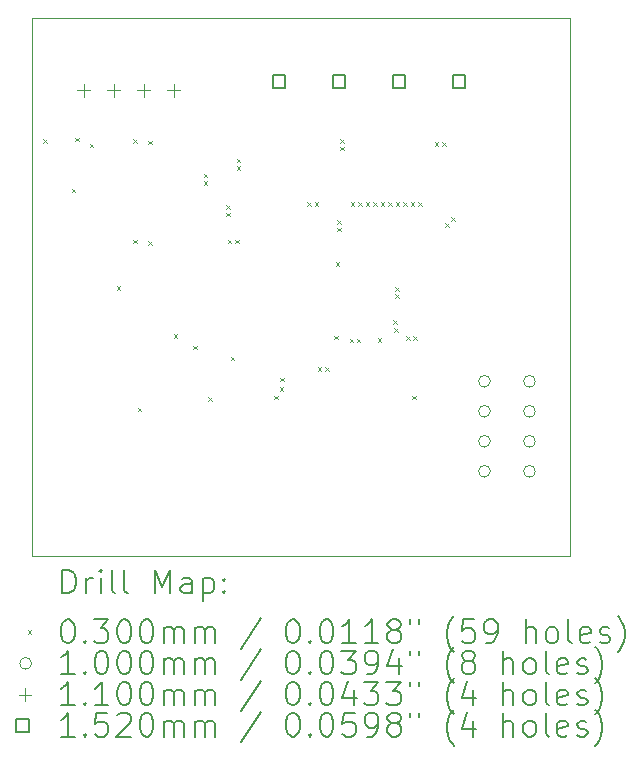
<source format=gbr>
%TF.GenerationSoftware,KiCad,Pcbnew,7.0.9*%
%TF.CreationDate,2023-12-29T07:37:09-06:00*%
%TF.ProjectId,Sabertoothv2,53616265-7274-46f6-9f74-6876322e6b69,rev?*%
%TF.SameCoordinates,Original*%
%TF.FileFunction,Drillmap*%
%TF.FilePolarity,Positive*%
%FSLAX45Y45*%
G04 Gerber Fmt 4.5, Leading zero omitted, Abs format (unit mm)*
G04 Created by KiCad (PCBNEW 7.0.9) date 2023-12-29 07:37:09*
%MOMM*%
%LPD*%
G01*
G04 APERTURE LIST*
%ADD10C,0.050000*%
%ADD11C,0.200000*%
%ADD12C,0.100000*%
%ADD13C,0.110000*%
%ADD14C,0.152000*%
G04 APERTURE END LIST*
D10*
X5082945Y-2032000D02*
X9639300Y-2032000D01*
X9639300Y-6588355D01*
X5082945Y-6588355D01*
X5082945Y-2032000D01*
D11*
D12*
X5179300Y-3058400D02*
X5209300Y-3088400D01*
X5209300Y-3058400D02*
X5179300Y-3088400D01*
X5420600Y-3477500D02*
X5450600Y-3507500D01*
X5450600Y-3477500D02*
X5420600Y-3507500D01*
X5451450Y-3045700D02*
X5481450Y-3075700D01*
X5481450Y-3045700D02*
X5451450Y-3075700D01*
X5573000Y-3096500D02*
X5603000Y-3126500D01*
X5603000Y-3096500D02*
X5573000Y-3126500D01*
X5801600Y-4303000D02*
X5831600Y-4333000D01*
X5831600Y-4303000D02*
X5801600Y-4333000D01*
X5941300Y-3058400D02*
X5971300Y-3088400D01*
X5971300Y-3058400D02*
X5941300Y-3088400D01*
X5941300Y-3909300D02*
X5971300Y-3939300D01*
X5971300Y-3909300D02*
X5941300Y-3939300D01*
X5979400Y-5331700D02*
X6009400Y-5361700D01*
X6009400Y-5331700D02*
X5979400Y-5361700D01*
X6068300Y-3071100D02*
X6098300Y-3101100D01*
X6098300Y-3071100D02*
X6068300Y-3101100D01*
X6068300Y-3922000D02*
X6098300Y-3952000D01*
X6098300Y-3922000D02*
X6068300Y-3952000D01*
X6284200Y-4709400D02*
X6314200Y-4739400D01*
X6314200Y-4709400D02*
X6284200Y-4739400D01*
X6449300Y-4805800D02*
X6479300Y-4835800D01*
X6479300Y-4805800D02*
X6449300Y-4835800D01*
X6538200Y-3350500D02*
X6568200Y-3380500D01*
X6568200Y-3350500D02*
X6538200Y-3380500D01*
X6538200Y-3414000D02*
X6568200Y-3444000D01*
X6568200Y-3414000D02*
X6538200Y-3444000D01*
X6576300Y-5242800D02*
X6606300Y-5272800D01*
X6606300Y-5242800D02*
X6576300Y-5272800D01*
X6728700Y-3617200D02*
X6758700Y-3647200D01*
X6758700Y-3617200D02*
X6728700Y-3647200D01*
X6728700Y-3680700D02*
X6758700Y-3710700D01*
X6758700Y-3680700D02*
X6728700Y-3710700D01*
X6741400Y-3909300D02*
X6771400Y-3939300D01*
X6771400Y-3909300D02*
X6741400Y-3939300D01*
X6766800Y-4899900D02*
X6796800Y-4929900D01*
X6796800Y-4899900D02*
X6766800Y-4929900D01*
X6804900Y-3909300D02*
X6834900Y-3939300D01*
X6834900Y-3909300D02*
X6804900Y-3939300D01*
X6817600Y-3223500D02*
X6847600Y-3253500D01*
X6847600Y-3223500D02*
X6817600Y-3253500D01*
X6817600Y-3287000D02*
X6847600Y-3317000D01*
X6847600Y-3287000D02*
X6817600Y-3317000D01*
X7135100Y-5230100D02*
X7165100Y-5260100D01*
X7165100Y-5230100D02*
X7135100Y-5260100D01*
X7181767Y-5157543D02*
X7211767Y-5187543D01*
X7211767Y-5157543D02*
X7181767Y-5187543D01*
X7185900Y-5077700D02*
X7215900Y-5107700D01*
X7215900Y-5077700D02*
X7185900Y-5107700D01*
X7414500Y-3591800D02*
X7444500Y-3621800D01*
X7444500Y-3591800D02*
X7414500Y-3621800D01*
X7478000Y-3591800D02*
X7508000Y-3621800D01*
X7508000Y-3591800D02*
X7478000Y-3621800D01*
X7503400Y-4988800D02*
X7533400Y-5018800D01*
X7533400Y-4988800D02*
X7503400Y-5018800D01*
X7566900Y-4988800D02*
X7596900Y-5018800D01*
X7596900Y-4988800D02*
X7566900Y-5018800D01*
X7642300Y-4722100D02*
X7672300Y-4752100D01*
X7672300Y-4722100D02*
X7642300Y-4752100D01*
X7655800Y-4099800D02*
X7685800Y-4129800D01*
X7685800Y-4099800D02*
X7655800Y-4129800D01*
X7668500Y-3744200D02*
X7698500Y-3774200D01*
X7698500Y-3744200D02*
X7668500Y-3774200D01*
X7668500Y-3805700D02*
X7698500Y-3835700D01*
X7698500Y-3805700D02*
X7668500Y-3835700D01*
X7693900Y-3058400D02*
X7723900Y-3088400D01*
X7723900Y-3058400D02*
X7693900Y-3088400D01*
X7693900Y-3121900D02*
X7723900Y-3151900D01*
X7723900Y-3121900D02*
X7693900Y-3151900D01*
X7775000Y-4747500D02*
X7805000Y-4777500D01*
X7805000Y-4747500D02*
X7775000Y-4777500D01*
X7782800Y-3591800D02*
X7812800Y-3621800D01*
X7812800Y-3591800D02*
X7782800Y-3621800D01*
X7835000Y-4747500D02*
X7865000Y-4777500D01*
X7865000Y-4747500D02*
X7835000Y-4777500D01*
X7846300Y-3591800D02*
X7876300Y-3621800D01*
X7876300Y-3591800D02*
X7846300Y-3621800D01*
X7909800Y-3591800D02*
X7939800Y-3621800D01*
X7939800Y-3591800D02*
X7909800Y-3621800D01*
X7973300Y-3591800D02*
X8003300Y-3621800D01*
X8003300Y-3591800D02*
X7973300Y-3621800D01*
X8011400Y-4743500D02*
X8041400Y-4773500D01*
X8041400Y-4743500D02*
X8011400Y-4773500D01*
X8036800Y-3591800D02*
X8066800Y-3621800D01*
X8066800Y-3591800D02*
X8036800Y-3621800D01*
X8100300Y-3591800D02*
X8130300Y-3621800D01*
X8130300Y-3591800D02*
X8100300Y-3621800D01*
X8145233Y-4589367D02*
X8175233Y-4619367D01*
X8175233Y-4589367D02*
X8145233Y-4619367D01*
X8151100Y-4658600D02*
X8181100Y-4688600D01*
X8181100Y-4658600D02*
X8151100Y-4688600D01*
X8158900Y-4310600D02*
X8188900Y-4340600D01*
X8188900Y-4310600D02*
X8158900Y-4340600D01*
X8158900Y-4370600D02*
X8188900Y-4400600D01*
X8188900Y-4370600D02*
X8158900Y-4400600D01*
X8163800Y-3591800D02*
X8193800Y-3621800D01*
X8193800Y-3591800D02*
X8163800Y-3621800D01*
X8227300Y-3591800D02*
X8257300Y-3621800D01*
X8257300Y-3591800D02*
X8227300Y-3621800D01*
X8252700Y-4726706D02*
X8282700Y-4756706D01*
X8282700Y-4726706D02*
X8252700Y-4756706D01*
X8290800Y-3591800D02*
X8320800Y-3621800D01*
X8320800Y-3591800D02*
X8290800Y-3621800D01*
X8303500Y-5230100D02*
X8333500Y-5260100D01*
X8333500Y-5230100D02*
X8303500Y-5260100D01*
X8313897Y-4724403D02*
X8343897Y-4754403D01*
X8343897Y-4724403D02*
X8313897Y-4754403D01*
X8354300Y-3591800D02*
X8384300Y-3621800D01*
X8384300Y-3591800D02*
X8354300Y-3621800D01*
X8494000Y-3083800D02*
X8524000Y-3113800D01*
X8524000Y-3083800D02*
X8494000Y-3113800D01*
X8557500Y-3083800D02*
X8587500Y-3113800D01*
X8587500Y-3083800D02*
X8557500Y-3113800D01*
X8582900Y-3769600D02*
X8612900Y-3799600D01*
X8612900Y-3769600D02*
X8582900Y-3799600D01*
X8633700Y-3718800D02*
X8663700Y-3748800D01*
X8663700Y-3718800D02*
X8633700Y-3748800D01*
X8965400Y-5105400D02*
G75*
G03*
X8965400Y-5105400I-50000J0D01*
G01*
X8965400Y-5359400D02*
G75*
G03*
X8965400Y-5359400I-50000J0D01*
G01*
X8965400Y-5613400D02*
G75*
G03*
X8965400Y-5613400I-50000J0D01*
G01*
X8965400Y-5867400D02*
G75*
G03*
X8965400Y-5867400I-50000J0D01*
G01*
X9346400Y-5106400D02*
G75*
G03*
X9346400Y-5106400I-50000J0D01*
G01*
X9346400Y-5360400D02*
G75*
G03*
X9346400Y-5360400I-50000J0D01*
G01*
X9346400Y-5614400D02*
G75*
G03*
X9346400Y-5614400I-50000J0D01*
G01*
X9346400Y-5868400D02*
G75*
G03*
X9346400Y-5868400I-50000J0D01*
G01*
D13*
X5524500Y-2586600D02*
X5524500Y-2696600D01*
X5469500Y-2641600D02*
X5579500Y-2641600D01*
X5778500Y-2586600D02*
X5778500Y-2696600D01*
X5723500Y-2641600D02*
X5833500Y-2641600D01*
X6032500Y-2586600D02*
X6032500Y-2696600D01*
X5977500Y-2641600D02*
X6087500Y-2641600D01*
X6286500Y-2586600D02*
X6286500Y-2696600D01*
X6231500Y-2641600D02*
X6341500Y-2641600D01*
D14*
X7229241Y-2619141D02*
X7229241Y-2511659D01*
X7121759Y-2511659D01*
X7121759Y-2619141D01*
X7229241Y-2619141D01*
X7737241Y-2619141D02*
X7737241Y-2511659D01*
X7629759Y-2511659D01*
X7629759Y-2619141D01*
X7737241Y-2619141D01*
X8245241Y-2619141D02*
X8245241Y-2511659D01*
X8137759Y-2511659D01*
X8137759Y-2619141D01*
X8245241Y-2619141D01*
X8753241Y-2619141D02*
X8753241Y-2511659D01*
X8645759Y-2511659D01*
X8645759Y-2619141D01*
X8753241Y-2619141D01*
D11*
X5341221Y-6902339D02*
X5341221Y-6702339D01*
X5341221Y-6702339D02*
X5388840Y-6702339D01*
X5388840Y-6702339D02*
X5417412Y-6711863D01*
X5417412Y-6711863D02*
X5436460Y-6730911D01*
X5436460Y-6730911D02*
X5445983Y-6749958D01*
X5445983Y-6749958D02*
X5455507Y-6788053D01*
X5455507Y-6788053D02*
X5455507Y-6816625D01*
X5455507Y-6816625D02*
X5445983Y-6854720D01*
X5445983Y-6854720D02*
X5436460Y-6873768D01*
X5436460Y-6873768D02*
X5417412Y-6892815D01*
X5417412Y-6892815D02*
X5388840Y-6902339D01*
X5388840Y-6902339D02*
X5341221Y-6902339D01*
X5541221Y-6902339D02*
X5541221Y-6769006D01*
X5541221Y-6807101D02*
X5550745Y-6788053D01*
X5550745Y-6788053D02*
X5560269Y-6778530D01*
X5560269Y-6778530D02*
X5579317Y-6769006D01*
X5579317Y-6769006D02*
X5598364Y-6769006D01*
X5665031Y-6902339D02*
X5665031Y-6769006D01*
X5665031Y-6702339D02*
X5655507Y-6711863D01*
X5655507Y-6711863D02*
X5665031Y-6721387D01*
X5665031Y-6721387D02*
X5674555Y-6711863D01*
X5674555Y-6711863D02*
X5665031Y-6702339D01*
X5665031Y-6702339D02*
X5665031Y-6721387D01*
X5788840Y-6902339D02*
X5769793Y-6892815D01*
X5769793Y-6892815D02*
X5760269Y-6873768D01*
X5760269Y-6873768D02*
X5760269Y-6702339D01*
X5893602Y-6902339D02*
X5874555Y-6892815D01*
X5874555Y-6892815D02*
X5865031Y-6873768D01*
X5865031Y-6873768D02*
X5865031Y-6702339D01*
X6122174Y-6902339D02*
X6122174Y-6702339D01*
X6122174Y-6702339D02*
X6188840Y-6845196D01*
X6188840Y-6845196D02*
X6255507Y-6702339D01*
X6255507Y-6702339D02*
X6255507Y-6902339D01*
X6436459Y-6902339D02*
X6436459Y-6797577D01*
X6436459Y-6797577D02*
X6426936Y-6778530D01*
X6426936Y-6778530D02*
X6407888Y-6769006D01*
X6407888Y-6769006D02*
X6369793Y-6769006D01*
X6369793Y-6769006D02*
X6350745Y-6778530D01*
X6436459Y-6892815D02*
X6417412Y-6902339D01*
X6417412Y-6902339D02*
X6369793Y-6902339D01*
X6369793Y-6902339D02*
X6350745Y-6892815D01*
X6350745Y-6892815D02*
X6341221Y-6873768D01*
X6341221Y-6873768D02*
X6341221Y-6854720D01*
X6341221Y-6854720D02*
X6350745Y-6835672D01*
X6350745Y-6835672D02*
X6369793Y-6826149D01*
X6369793Y-6826149D02*
X6417412Y-6826149D01*
X6417412Y-6826149D02*
X6436459Y-6816625D01*
X6531698Y-6769006D02*
X6531698Y-6969006D01*
X6531698Y-6778530D02*
X6550745Y-6769006D01*
X6550745Y-6769006D02*
X6588840Y-6769006D01*
X6588840Y-6769006D02*
X6607888Y-6778530D01*
X6607888Y-6778530D02*
X6617412Y-6788053D01*
X6617412Y-6788053D02*
X6626936Y-6807101D01*
X6626936Y-6807101D02*
X6626936Y-6864244D01*
X6626936Y-6864244D02*
X6617412Y-6883291D01*
X6617412Y-6883291D02*
X6607888Y-6892815D01*
X6607888Y-6892815D02*
X6588840Y-6902339D01*
X6588840Y-6902339D02*
X6550745Y-6902339D01*
X6550745Y-6902339D02*
X6531698Y-6892815D01*
X6712650Y-6883291D02*
X6722174Y-6892815D01*
X6722174Y-6892815D02*
X6712650Y-6902339D01*
X6712650Y-6902339D02*
X6703126Y-6892815D01*
X6703126Y-6892815D02*
X6712650Y-6883291D01*
X6712650Y-6883291D02*
X6712650Y-6902339D01*
X6712650Y-6778530D02*
X6722174Y-6788053D01*
X6722174Y-6788053D02*
X6712650Y-6797577D01*
X6712650Y-6797577D02*
X6703126Y-6788053D01*
X6703126Y-6788053D02*
X6712650Y-6778530D01*
X6712650Y-6778530D02*
X6712650Y-6797577D01*
D12*
X5050445Y-7215855D02*
X5080445Y-7245855D01*
X5080445Y-7215855D02*
X5050445Y-7245855D01*
D11*
X5379317Y-7122339D02*
X5398364Y-7122339D01*
X5398364Y-7122339D02*
X5417412Y-7131863D01*
X5417412Y-7131863D02*
X5426936Y-7141387D01*
X5426936Y-7141387D02*
X5436460Y-7160434D01*
X5436460Y-7160434D02*
X5445983Y-7198530D01*
X5445983Y-7198530D02*
X5445983Y-7246149D01*
X5445983Y-7246149D02*
X5436460Y-7284244D01*
X5436460Y-7284244D02*
X5426936Y-7303291D01*
X5426936Y-7303291D02*
X5417412Y-7312815D01*
X5417412Y-7312815D02*
X5398364Y-7322339D01*
X5398364Y-7322339D02*
X5379317Y-7322339D01*
X5379317Y-7322339D02*
X5360269Y-7312815D01*
X5360269Y-7312815D02*
X5350745Y-7303291D01*
X5350745Y-7303291D02*
X5341221Y-7284244D01*
X5341221Y-7284244D02*
X5331698Y-7246149D01*
X5331698Y-7246149D02*
X5331698Y-7198530D01*
X5331698Y-7198530D02*
X5341221Y-7160434D01*
X5341221Y-7160434D02*
X5350745Y-7141387D01*
X5350745Y-7141387D02*
X5360269Y-7131863D01*
X5360269Y-7131863D02*
X5379317Y-7122339D01*
X5531698Y-7303291D02*
X5541221Y-7312815D01*
X5541221Y-7312815D02*
X5531698Y-7322339D01*
X5531698Y-7322339D02*
X5522174Y-7312815D01*
X5522174Y-7312815D02*
X5531698Y-7303291D01*
X5531698Y-7303291D02*
X5531698Y-7322339D01*
X5607888Y-7122339D02*
X5731698Y-7122339D01*
X5731698Y-7122339D02*
X5665031Y-7198530D01*
X5665031Y-7198530D02*
X5693602Y-7198530D01*
X5693602Y-7198530D02*
X5712650Y-7208053D01*
X5712650Y-7208053D02*
X5722174Y-7217577D01*
X5722174Y-7217577D02*
X5731698Y-7236625D01*
X5731698Y-7236625D02*
X5731698Y-7284244D01*
X5731698Y-7284244D02*
X5722174Y-7303291D01*
X5722174Y-7303291D02*
X5712650Y-7312815D01*
X5712650Y-7312815D02*
X5693602Y-7322339D01*
X5693602Y-7322339D02*
X5636459Y-7322339D01*
X5636459Y-7322339D02*
X5617412Y-7312815D01*
X5617412Y-7312815D02*
X5607888Y-7303291D01*
X5855507Y-7122339D02*
X5874555Y-7122339D01*
X5874555Y-7122339D02*
X5893602Y-7131863D01*
X5893602Y-7131863D02*
X5903126Y-7141387D01*
X5903126Y-7141387D02*
X5912650Y-7160434D01*
X5912650Y-7160434D02*
X5922174Y-7198530D01*
X5922174Y-7198530D02*
X5922174Y-7246149D01*
X5922174Y-7246149D02*
X5912650Y-7284244D01*
X5912650Y-7284244D02*
X5903126Y-7303291D01*
X5903126Y-7303291D02*
X5893602Y-7312815D01*
X5893602Y-7312815D02*
X5874555Y-7322339D01*
X5874555Y-7322339D02*
X5855507Y-7322339D01*
X5855507Y-7322339D02*
X5836459Y-7312815D01*
X5836459Y-7312815D02*
X5826936Y-7303291D01*
X5826936Y-7303291D02*
X5817412Y-7284244D01*
X5817412Y-7284244D02*
X5807888Y-7246149D01*
X5807888Y-7246149D02*
X5807888Y-7198530D01*
X5807888Y-7198530D02*
X5817412Y-7160434D01*
X5817412Y-7160434D02*
X5826936Y-7141387D01*
X5826936Y-7141387D02*
X5836459Y-7131863D01*
X5836459Y-7131863D02*
X5855507Y-7122339D01*
X6045983Y-7122339D02*
X6065031Y-7122339D01*
X6065031Y-7122339D02*
X6084079Y-7131863D01*
X6084079Y-7131863D02*
X6093602Y-7141387D01*
X6093602Y-7141387D02*
X6103126Y-7160434D01*
X6103126Y-7160434D02*
X6112650Y-7198530D01*
X6112650Y-7198530D02*
X6112650Y-7246149D01*
X6112650Y-7246149D02*
X6103126Y-7284244D01*
X6103126Y-7284244D02*
X6093602Y-7303291D01*
X6093602Y-7303291D02*
X6084079Y-7312815D01*
X6084079Y-7312815D02*
X6065031Y-7322339D01*
X6065031Y-7322339D02*
X6045983Y-7322339D01*
X6045983Y-7322339D02*
X6026936Y-7312815D01*
X6026936Y-7312815D02*
X6017412Y-7303291D01*
X6017412Y-7303291D02*
X6007888Y-7284244D01*
X6007888Y-7284244D02*
X5998364Y-7246149D01*
X5998364Y-7246149D02*
X5998364Y-7198530D01*
X5998364Y-7198530D02*
X6007888Y-7160434D01*
X6007888Y-7160434D02*
X6017412Y-7141387D01*
X6017412Y-7141387D02*
X6026936Y-7131863D01*
X6026936Y-7131863D02*
X6045983Y-7122339D01*
X6198364Y-7322339D02*
X6198364Y-7189006D01*
X6198364Y-7208053D02*
X6207888Y-7198530D01*
X6207888Y-7198530D02*
X6226936Y-7189006D01*
X6226936Y-7189006D02*
X6255507Y-7189006D01*
X6255507Y-7189006D02*
X6274555Y-7198530D01*
X6274555Y-7198530D02*
X6284079Y-7217577D01*
X6284079Y-7217577D02*
X6284079Y-7322339D01*
X6284079Y-7217577D02*
X6293602Y-7198530D01*
X6293602Y-7198530D02*
X6312650Y-7189006D01*
X6312650Y-7189006D02*
X6341221Y-7189006D01*
X6341221Y-7189006D02*
X6360269Y-7198530D01*
X6360269Y-7198530D02*
X6369793Y-7217577D01*
X6369793Y-7217577D02*
X6369793Y-7322339D01*
X6465031Y-7322339D02*
X6465031Y-7189006D01*
X6465031Y-7208053D02*
X6474555Y-7198530D01*
X6474555Y-7198530D02*
X6493602Y-7189006D01*
X6493602Y-7189006D02*
X6522174Y-7189006D01*
X6522174Y-7189006D02*
X6541221Y-7198530D01*
X6541221Y-7198530D02*
X6550745Y-7217577D01*
X6550745Y-7217577D02*
X6550745Y-7322339D01*
X6550745Y-7217577D02*
X6560269Y-7198530D01*
X6560269Y-7198530D02*
X6579317Y-7189006D01*
X6579317Y-7189006D02*
X6607888Y-7189006D01*
X6607888Y-7189006D02*
X6626936Y-7198530D01*
X6626936Y-7198530D02*
X6636460Y-7217577D01*
X6636460Y-7217577D02*
X6636460Y-7322339D01*
X7026936Y-7112815D02*
X6855507Y-7369958D01*
X7284079Y-7122339D02*
X7303126Y-7122339D01*
X7303126Y-7122339D02*
X7322174Y-7131863D01*
X7322174Y-7131863D02*
X7331698Y-7141387D01*
X7331698Y-7141387D02*
X7341222Y-7160434D01*
X7341222Y-7160434D02*
X7350745Y-7198530D01*
X7350745Y-7198530D02*
X7350745Y-7246149D01*
X7350745Y-7246149D02*
X7341222Y-7284244D01*
X7341222Y-7284244D02*
X7331698Y-7303291D01*
X7331698Y-7303291D02*
X7322174Y-7312815D01*
X7322174Y-7312815D02*
X7303126Y-7322339D01*
X7303126Y-7322339D02*
X7284079Y-7322339D01*
X7284079Y-7322339D02*
X7265031Y-7312815D01*
X7265031Y-7312815D02*
X7255507Y-7303291D01*
X7255507Y-7303291D02*
X7245983Y-7284244D01*
X7245983Y-7284244D02*
X7236460Y-7246149D01*
X7236460Y-7246149D02*
X7236460Y-7198530D01*
X7236460Y-7198530D02*
X7245983Y-7160434D01*
X7245983Y-7160434D02*
X7255507Y-7141387D01*
X7255507Y-7141387D02*
X7265031Y-7131863D01*
X7265031Y-7131863D02*
X7284079Y-7122339D01*
X7436460Y-7303291D02*
X7445983Y-7312815D01*
X7445983Y-7312815D02*
X7436460Y-7322339D01*
X7436460Y-7322339D02*
X7426936Y-7312815D01*
X7426936Y-7312815D02*
X7436460Y-7303291D01*
X7436460Y-7303291D02*
X7436460Y-7322339D01*
X7569793Y-7122339D02*
X7588841Y-7122339D01*
X7588841Y-7122339D02*
X7607888Y-7131863D01*
X7607888Y-7131863D02*
X7617412Y-7141387D01*
X7617412Y-7141387D02*
X7626936Y-7160434D01*
X7626936Y-7160434D02*
X7636460Y-7198530D01*
X7636460Y-7198530D02*
X7636460Y-7246149D01*
X7636460Y-7246149D02*
X7626936Y-7284244D01*
X7626936Y-7284244D02*
X7617412Y-7303291D01*
X7617412Y-7303291D02*
X7607888Y-7312815D01*
X7607888Y-7312815D02*
X7588841Y-7322339D01*
X7588841Y-7322339D02*
X7569793Y-7322339D01*
X7569793Y-7322339D02*
X7550745Y-7312815D01*
X7550745Y-7312815D02*
X7541222Y-7303291D01*
X7541222Y-7303291D02*
X7531698Y-7284244D01*
X7531698Y-7284244D02*
X7522174Y-7246149D01*
X7522174Y-7246149D02*
X7522174Y-7198530D01*
X7522174Y-7198530D02*
X7531698Y-7160434D01*
X7531698Y-7160434D02*
X7541222Y-7141387D01*
X7541222Y-7141387D02*
X7550745Y-7131863D01*
X7550745Y-7131863D02*
X7569793Y-7122339D01*
X7826936Y-7322339D02*
X7712650Y-7322339D01*
X7769793Y-7322339D02*
X7769793Y-7122339D01*
X7769793Y-7122339D02*
X7750745Y-7150911D01*
X7750745Y-7150911D02*
X7731698Y-7169958D01*
X7731698Y-7169958D02*
X7712650Y-7179482D01*
X8017412Y-7322339D02*
X7903126Y-7322339D01*
X7960269Y-7322339D02*
X7960269Y-7122339D01*
X7960269Y-7122339D02*
X7941222Y-7150911D01*
X7941222Y-7150911D02*
X7922174Y-7169958D01*
X7922174Y-7169958D02*
X7903126Y-7179482D01*
X8131698Y-7208053D02*
X8112650Y-7198530D01*
X8112650Y-7198530D02*
X8103126Y-7189006D01*
X8103126Y-7189006D02*
X8093603Y-7169958D01*
X8093603Y-7169958D02*
X8093603Y-7160434D01*
X8093603Y-7160434D02*
X8103126Y-7141387D01*
X8103126Y-7141387D02*
X8112650Y-7131863D01*
X8112650Y-7131863D02*
X8131698Y-7122339D01*
X8131698Y-7122339D02*
X8169793Y-7122339D01*
X8169793Y-7122339D02*
X8188841Y-7131863D01*
X8188841Y-7131863D02*
X8198364Y-7141387D01*
X8198364Y-7141387D02*
X8207888Y-7160434D01*
X8207888Y-7160434D02*
X8207888Y-7169958D01*
X8207888Y-7169958D02*
X8198364Y-7189006D01*
X8198364Y-7189006D02*
X8188841Y-7198530D01*
X8188841Y-7198530D02*
X8169793Y-7208053D01*
X8169793Y-7208053D02*
X8131698Y-7208053D01*
X8131698Y-7208053D02*
X8112650Y-7217577D01*
X8112650Y-7217577D02*
X8103126Y-7227101D01*
X8103126Y-7227101D02*
X8093603Y-7246149D01*
X8093603Y-7246149D02*
X8093603Y-7284244D01*
X8093603Y-7284244D02*
X8103126Y-7303291D01*
X8103126Y-7303291D02*
X8112650Y-7312815D01*
X8112650Y-7312815D02*
X8131698Y-7322339D01*
X8131698Y-7322339D02*
X8169793Y-7322339D01*
X8169793Y-7322339D02*
X8188841Y-7312815D01*
X8188841Y-7312815D02*
X8198364Y-7303291D01*
X8198364Y-7303291D02*
X8207888Y-7284244D01*
X8207888Y-7284244D02*
X8207888Y-7246149D01*
X8207888Y-7246149D02*
X8198364Y-7227101D01*
X8198364Y-7227101D02*
X8188841Y-7217577D01*
X8188841Y-7217577D02*
X8169793Y-7208053D01*
X8284079Y-7122339D02*
X8284079Y-7160434D01*
X8360269Y-7122339D02*
X8360269Y-7160434D01*
X8655508Y-7398530D02*
X8645984Y-7389006D01*
X8645984Y-7389006D02*
X8626936Y-7360434D01*
X8626936Y-7360434D02*
X8617412Y-7341387D01*
X8617412Y-7341387D02*
X8607888Y-7312815D01*
X8607888Y-7312815D02*
X8598365Y-7265196D01*
X8598365Y-7265196D02*
X8598365Y-7227101D01*
X8598365Y-7227101D02*
X8607888Y-7179482D01*
X8607888Y-7179482D02*
X8617412Y-7150911D01*
X8617412Y-7150911D02*
X8626936Y-7131863D01*
X8626936Y-7131863D02*
X8645984Y-7103291D01*
X8645984Y-7103291D02*
X8655508Y-7093768D01*
X8826936Y-7122339D02*
X8731698Y-7122339D01*
X8731698Y-7122339D02*
X8722174Y-7217577D01*
X8722174Y-7217577D02*
X8731698Y-7208053D01*
X8731698Y-7208053D02*
X8750746Y-7198530D01*
X8750746Y-7198530D02*
X8798365Y-7198530D01*
X8798365Y-7198530D02*
X8817412Y-7208053D01*
X8817412Y-7208053D02*
X8826936Y-7217577D01*
X8826936Y-7217577D02*
X8836460Y-7236625D01*
X8836460Y-7236625D02*
X8836460Y-7284244D01*
X8836460Y-7284244D02*
X8826936Y-7303291D01*
X8826936Y-7303291D02*
X8817412Y-7312815D01*
X8817412Y-7312815D02*
X8798365Y-7322339D01*
X8798365Y-7322339D02*
X8750746Y-7322339D01*
X8750746Y-7322339D02*
X8731698Y-7312815D01*
X8731698Y-7312815D02*
X8722174Y-7303291D01*
X8931698Y-7322339D02*
X8969793Y-7322339D01*
X8969793Y-7322339D02*
X8988841Y-7312815D01*
X8988841Y-7312815D02*
X8998365Y-7303291D01*
X8998365Y-7303291D02*
X9017412Y-7274720D01*
X9017412Y-7274720D02*
X9026936Y-7236625D01*
X9026936Y-7236625D02*
X9026936Y-7160434D01*
X9026936Y-7160434D02*
X9017412Y-7141387D01*
X9017412Y-7141387D02*
X9007888Y-7131863D01*
X9007888Y-7131863D02*
X8988841Y-7122339D01*
X8988841Y-7122339D02*
X8950746Y-7122339D01*
X8950746Y-7122339D02*
X8931698Y-7131863D01*
X8931698Y-7131863D02*
X8922174Y-7141387D01*
X8922174Y-7141387D02*
X8912650Y-7160434D01*
X8912650Y-7160434D02*
X8912650Y-7208053D01*
X8912650Y-7208053D02*
X8922174Y-7227101D01*
X8922174Y-7227101D02*
X8931698Y-7236625D01*
X8931698Y-7236625D02*
X8950746Y-7246149D01*
X8950746Y-7246149D02*
X8988841Y-7246149D01*
X8988841Y-7246149D02*
X9007888Y-7236625D01*
X9007888Y-7236625D02*
X9017412Y-7227101D01*
X9017412Y-7227101D02*
X9026936Y-7208053D01*
X9265031Y-7322339D02*
X9265031Y-7122339D01*
X9350746Y-7322339D02*
X9350746Y-7217577D01*
X9350746Y-7217577D02*
X9341222Y-7198530D01*
X9341222Y-7198530D02*
X9322174Y-7189006D01*
X9322174Y-7189006D02*
X9293603Y-7189006D01*
X9293603Y-7189006D02*
X9274555Y-7198530D01*
X9274555Y-7198530D02*
X9265031Y-7208053D01*
X9474555Y-7322339D02*
X9455508Y-7312815D01*
X9455508Y-7312815D02*
X9445984Y-7303291D01*
X9445984Y-7303291D02*
X9436460Y-7284244D01*
X9436460Y-7284244D02*
X9436460Y-7227101D01*
X9436460Y-7227101D02*
X9445984Y-7208053D01*
X9445984Y-7208053D02*
X9455508Y-7198530D01*
X9455508Y-7198530D02*
X9474555Y-7189006D01*
X9474555Y-7189006D02*
X9503127Y-7189006D01*
X9503127Y-7189006D02*
X9522174Y-7198530D01*
X9522174Y-7198530D02*
X9531698Y-7208053D01*
X9531698Y-7208053D02*
X9541222Y-7227101D01*
X9541222Y-7227101D02*
X9541222Y-7284244D01*
X9541222Y-7284244D02*
X9531698Y-7303291D01*
X9531698Y-7303291D02*
X9522174Y-7312815D01*
X9522174Y-7312815D02*
X9503127Y-7322339D01*
X9503127Y-7322339D02*
X9474555Y-7322339D01*
X9655508Y-7322339D02*
X9636460Y-7312815D01*
X9636460Y-7312815D02*
X9626936Y-7293768D01*
X9626936Y-7293768D02*
X9626936Y-7122339D01*
X9807889Y-7312815D02*
X9788841Y-7322339D01*
X9788841Y-7322339D02*
X9750746Y-7322339D01*
X9750746Y-7322339D02*
X9731698Y-7312815D01*
X9731698Y-7312815D02*
X9722174Y-7293768D01*
X9722174Y-7293768D02*
X9722174Y-7217577D01*
X9722174Y-7217577D02*
X9731698Y-7198530D01*
X9731698Y-7198530D02*
X9750746Y-7189006D01*
X9750746Y-7189006D02*
X9788841Y-7189006D01*
X9788841Y-7189006D02*
X9807889Y-7198530D01*
X9807889Y-7198530D02*
X9817412Y-7217577D01*
X9817412Y-7217577D02*
X9817412Y-7236625D01*
X9817412Y-7236625D02*
X9722174Y-7255672D01*
X9893603Y-7312815D02*
X9912650Y-7322339D01*
X9912650Y-7322339D02*
X9950746Y-7322339D01*
X9950746Y-7322339D02*
X9969793Y-7312815D01*
X9969793Y-7312815D02*
X9979317Y-7293768D01*
X9979317Y-7293768D02*
X9979317Y-7284244D01*
X9979317Y-7284244D02*
X9969793Y-7265196D01*
X9969793Y-7265196D02*
X9950746Y-7255672D01*
X9950746Y-7255672D02*
X9922174Y-7255672D01*
X9922174Y-7255672D02*
X9903127Y-7246149D01*
X9903127Y-7246149D02*
X9893603Y-7227101D01*
X9893603Y-7227101D02*
X9893603Y-7217577D01*
X9893603Y-7217577D02*
X9903127Y-7198530D01*
X9903127Y-7198530D02*
X9922174Y-7189006D01*
X9922174Y-7189006D02*
X9950746Y-7189006D01*
X9950746Y-7189006D02*
X9969793Y-7198530D01*
X10045984Y-7398530D02*
X10055508Y-7389006D01*
X10055508Y-7389006D02*
X10074555Y-7360434D01*
X10074555Y-7360434D02*
X10084079Y-7341387D01*
X10084079Y-7341387D02*
X10093603Y-7312815D01*
X10093603Y-7312815D02*
X10103127Y-7265196D01*
X10103127Y-7265196D02*
X10103127Y-7227101D01*
X10103127Y-7227101D02*
X10093603Y-7179482D01*
X10093603Y-7179482D02*
X10084079Y-7150911D01*
X10084079Y-7150911D02*
X10074555Y-7131863D01*
X10074555Y-7131863D02*
X10055508Y-7103291D01*
X10055508Y-7103291D02*
X10045984Y-7093768D01*
D12*
X5080445Y-7494855D02*
G75*
G03*
X5080445Y-7494855I-50000J0D01*
G01*
D11*
X5445983Y-7586339D02*
X5331698Y-7586339D01*
X5388840Y-7586339D02*
X5388840Y-7386339D01*
X5388840Y-7386339D02*
X5369793Y-7414911D01*
X5369793Y-7414911D02*
X5350745Y-7433958D01*
X5350745Y-7433958D02*
X5331698Y-7443482D01*
X5531698Y-7567291D02*
X5541221Y-7576815D01*
X5541221Y-7576815D02*
X5531698Y-7586339D01*
X5531698Y-7586339D02*
X5522174Y-7576815D01*
X5522174Y-7576815D02*
X5531698Y-7567291D01*
X5531698Y-7567291D02*
X5531698Y-7586339D01*
X5665031Y-7386339D02*
X5684079Y-7386339D01*
X5684079Y-7386339D02*
X5703126Y-7395863D01*
X5703126Y-7395863D02*
X5712650Y-7405387D01*
X5712650Y-7405387D02*
X5722174Y-7424434D01*
X5722174Y-7424434D02*
X5731698Y-7462530D01*
X5731698Y-7462530D02*
X5731698Y-7510149D01*
X5731698Y-7510149D02*
X5722174Y-7548244D01*
X5722174Y-7548244D02*
X5712650Y-7567291D01*
X5712650Y-7567291D02*
X5703126Y-7576815D01*
X5703126Y-7576815D02*
X5684079Y-7586339D01*
X5684079Y-7586339D02*
X5665031Y-7586339D01*
X5665031Y-7586339D02*
X5645983Y-7576815D01*
X5645983Y-7576815D02*
X5636459Y-7567291D01*
X5636459Y-7567291D02*
X5626936Y-7548244D01*
X5626936Y-7548244D02*
X5617412Y-7510149D01*
X5617412Y-7510149D02*
X5617412Y-7462530D01*
X5617412Y-7462530D02*
X5626936Y-7424434D01*
X5626936Y-7424434D02*
X5636459Y-7405387D01*
X5636459Y-7405387D02*
X5645983Y-7395863D01*
X5645983Y-7395863D02*
X5665031Y-7386339D01*
X5855507Y-7386339D02*
X5874555Y-7386339D01*
X5874555Y-7386339D02*
X5893602Y-7395863D01*
X5893602Y-7395863D02*
X5903126Y-7405387D01*
X5903126Y-7405387D02*
X5912650Y-7424434D01*
X5912650Y-7424434D02*
X5922174Y-7462530D01*
X5922174Y-7462530D02*
X5922174Y-7510149D01*
X5922174Y-7510149D02*
X5912650Y-7548244D01*
X5912650Y-7548244D02*
X5903126Y-7567291D01*
X5903126Y-7567291D02*
X5893602Y-7576815D01*
X5893602Y-7576815D02*
X5874555Y-7586339D01*
X5874555Y-7586339D02*
X5855507Y-7586339D01*
X5855507Y-7586339D02*
X5836459Y-7576815D01*
X5836459Y-7576815D02*
X5826936Y-7567291D01*
X5826936Y-7567291D02*
X5817412Y-7548244D01*
X5817412Y-7548244D02*
X5807888Y-7510149D01*
X5807888Y-7510149D02*
X5807888Y-7462530D01*
X5807888Y-7462530D02*
X5817412Y-7424434D01*
X5817412Y-7424434D02*
X5826936Y-7405387D01*
X5826936Y-7405387D02*
X5836459Y-7395863D01*
X5836459Y-7395863D02*
X5855507Y-7386339D01*
X6045983Y-7386339D02*
X6065031Y-7386339D01*
X6065031Y-7386339D02*
X6084079Y-7395863D01*
X6084079Y-7395863D02*
X6093602Y-7405387D01*
X6093602Y-7405387D02*
X6103126Y-7424434D01*
X6103126Y-7424434D02*
X6112650Y-7462530D01*
X6112650Y-7462530D02*
X6112650Y-7510149D01*
X6112650Y-7510149D02*
X6103126Y-7548244D01*
X6103126Y-7548244D02*
X6093602Y-7567291D01*
X6093602Y-7567291D02*
X6084079Y-7576815D01*
X6084079Y-7576815D02*
X6065031Y-7586339D01*
X6065031Y-7586339D02*
X6045983Y-7586339D01*
X6045983Y-7586339D02*
X6026936Y-7576815D01*
X6026936Y-7576815D02*
X6017412Y-7567291D01*
X6017412Y-7567291D02*
X6007888Y-7548244D01*
X6007888Y-7548244D02*
X5998364Y-7510149D01*
X5998364Y-7510149D02*
X5998364Y-7462530D01*
X5998364Y-7462530D02*
X6007888Y-7424434D01*
X6007888Y-7424434D02*
X6017412Y-7405387D01*
X6017412Y-7405387D02*
X6026936Y-7395863D01*
X6026936Y-7395863D02*
X6045983Y-7386339D01*
X6198364Y-7586339D02*
X6198364Y-7453006D01*
X6198364Y-7472053D02*
X6207888Y-7462530D01*
X6207888Y-7462530D02*
X6226936Y-7453006D01*
X6226936Y-7453006D02*
X6255507Y-7453006D01*
X6255507Y-7453006D02*
X6274555Y-7462530D01*
X6274555Y-7462530D02*
X6284079Y-7481577D01*
X6284079Y-7481577D02*
X6284079Y-7586339D01*
X6284079Y-7481577D02*
X6293602Y-7462530D01*
X6293602Y-7462530D02*
X6312650Y-7453006D01*
X6312650Y-7453006D02*
X6341221Y-7453006D01*
X6341221Y-7453006D02*
X6360269Y-7462530D01*
X6360269Y-7462530D02*
X6369793Y-7481577D01*
X6369793Y-7481577D02*
X6369793Y-7586339D01*
X6465031Y-7586339D02*
X6465031Y-7453006D01*
X6465031Y-7472053D02*
X6474555Y-7462530D01*
X6474555Y-7462530D02*
X6493602Y-7453006D01*
X6493602Y-7453006D02*
X6522174Y-7453006D01*
X6522174Y-7453006D02*
X6541221Y-7462530D01*
X6541221Y-7462530D02*
X6550745Y-7481577D01*
X6550745Y-7481577D02*
X6550745Y-7586339D01*
X6550745Y-7481577D02*
X6560269Y-7462530D01*
X6560269Y-7462530D02*
X6579317Y-7453006D01*
X6579317Y-7453006D02*
X6607888Y-7453006D01*
X6607888Y-7453006D02*
X6626936Y-7462530D01*
X6626936Y-7462530D02*
X6636460Y-7481577D01*
X6636460Y-7481577D02*
X6636460Y-7586339D01*
X7026936Y-7376815D02*
X6855507Y-7633958D01*
X7284079Y-7386339D02*
X7303126Y-7386339D01*
X7303126Y-7386339D02*
X7322174Y-7395863D01*
X7322174Y-7395863D02*
X7331698Y-7405387D01*
X7331698Y-7405387D02*
X7341222Y-7424434D01*
X7341222Y-7424434D02*
X7350745Y-7462530D01*
X7350745Y-7462530D02*
X7350745Y-7510149D01*
X7350745Y-7510149D02*
X7341222Y-7548244D01*
X7341222Y-7548244D02*
X7331698Y-7567291D01*
X7331698Y-7567291D02*
X7322174Y-7576815D01*
X7322174Y-7576815D02*
X7303126Y-7586339D01*
X7303126Y-7586339D02*
X7284079Y-7586339D01*
X7284079Y-7586339D02*
X7265031Y-7576815D01*
X7265031Y-7576815D02*
X7255507Y-7567291D01*
X7255507Y-7567291D02*
X7245983Y-7548244D01*
X7245983Y-7548244D02*
X7236460Y-7510149D01*
X7236460Y-7510149D02*
X7236460Y-7462530D01*
X7236460Y-7462530D02*
X7245983Y-7424434D01*
X7245983Y-7424434D02*
X7255507Y-7405387D01*
X7255507Y-7405387D02*
X7265031Y-7395863D01*
X7265031Y-7395863D02*
X7284079Y-7386339D01*
X7436460Y-7567291D02*
X7445983Y-7576815D01*
X7445983Y-7576815D02*
X7436460Y-7586339D01*
X7436460Y-7586339D02*
X7426936Y-7576815D01*
X7426936Y-7576815D02*
X7436460Y-7567291D01*
X7436460Y-7567291D02*
X7436460Y-7586339D01*
X7569793Y-7386339D02*
X7588841Y-7386339D01*
X7588841Y-7386339D02*
X7607888Y-7395863D01*
X7607888Y-7395863D02*
X7617412Y-7405387D01*
X7617412Y-7405387D02*
X7626936Y-7424434D01*
X7626936Y-7424434D02*
X7636460Y-7462530D01*
X7636460Y-7462530D02*
X7636460Y-7510149D01*
X7636460Y-7510149D02*
X7626936Y-7548244D01*
X7626936Y-7548244D02*
X7617412Y-7567291D01*
X7617412Y-7567291D02*
X7607888Y-7576815D01*
X7607888Y-7576815D02*
X7588841Y-7586339D01*
X7588841Y-7586339D02*
X7569793Y-7586339D01*
X7569793Y-7586339D02*
X7550745Y-7576815D01*
X7550745Y-7576815D02*
X7541222Y-7567291D01*
X7541222Y-7567291D02*
X7531698Y-7548244D01*
X7531698Y-7548244D02*
X7522174Y-7510149D01*
X7522174Y-7510149D02*
X7522174Y-7462530D01*
X7522174Y-7462530D02*
X7531698Y-7424434D01*
X7531698Y-7424434D02*
X7541222Y-7405387D01*
X7541222Y-7405387D02*
X7550745Y-7395863D01*
X7550745Y-7395863D02*
X7569793Y-7386339D01*
X7703126Y-7386339D02*
X7826936Y-7386339D01*
X7826936Y-7386339D02*
X7760269Y-7462530D01*
X7760269Y-7462530D02*
X7788841Y-7462530D01*
X7788841Y-7462530D02*
X7807888Y-7472053D01*
X7807888Y-7472053D02*
X7817412Y-7481577D01*
X7817412Y-7481577D02*
X7826936Y-7500625D01*
X7826936Y-7500625D02*
X7826936Y-7548244D01*
X7826936Y-7548244D02*
X7817412Y-7567291D01*
X7817412Y-7567291D02*
X7807888Y-7576815D01*
X7807888Y-7576815D02*
X7788841Y-7586339D01*
X7788841Y-7586339D02*
X7731698Y-7586339D01*
X7731698Y-7586339D02*
X7712650Y-7576815D01*
X7712650Y-7576815D02*
X7703126Y-7567291D01*
X7922174Y-7586339D02*
X7960269Y-7586339D01*
X7960269Y-7586339D02*
X7979317Y-7576815D01*
X7979317Y-7576815D02*
X7988841Y-7567291D01*
X7988841Y-7567291D02*
X8007888Y-7538720D01*
X8007888Y-7538720D02*
X8017412Y-7500625D01*
X8017412Y-7500625D02*
X8017412Y-7424434D01*
X8017412Y-7424434D02*
X8007888Y-7405387D01*
X8007888Y-7405387D02*
X7998364Y-7395863D01*
X7998364Y-7395863D02*
X7979317Y-7386339D01*
X7979317Y-7386339D02*
X7941222Y-7386339D01*
X7941222Y-7386339D02*
X7922174Y-7395863D01*
X7922174Y-7395863D02*
X7912650Y-7405387D01*
X7912650Y-7405387D02*
X7903126Y-7424434D01*
X7903126Y-7424434D02*
X7903126Y-7472053D01*
X7903126Y-7472053D02*
X7912650Y-7491101D01*
X7912650Y-7491101D02*
X7922174Y-7500625D01*
X7922174Y-7500625D02*
X7941222Y-7510149D01*
X7941222Y-7510149D02*
X7979317Y-7510149D01*
X7979317Y-7510149D02*
X7998364Y-7500625D01*
X7998364Y-7500625D02*
X8007888Y-7491101D01*
X8007888Y-7491101D02*
X8017412Y-7472053D01*
X8188841Y-7453006D02*
X8188841Y-7586339D01*
X8141222Y-7376815D02*
X8093603Y-7519672D01*
X8093603Y-7519672D02*
X8217412Y-7519672D01*
X8284079Y-7386339D02*
X8284079Y-7424434D01*
X8360269Y-7386339D02*
X8360269Y-7424434D01*
X8655508Y-7662530D02*
X8645984Y-7653006D01*
X8645984Y-7653006D02*
X8626936Y-7624434D01*
X8626936Y-7624434D02*
X8617412Y-7605387D01*
X8617412Y-7605387D02*
X8607888Y-7576815D01*
X8607888Y-7576815D02*
X8598365Y-7529196D01*
X8598365Y-7529196D02*
X8598365Y-7491101D01*
X8598365Y-7491101D02*
X8607888Y-7443482D01*
X8607888Y-7443482D02*
X8617412Y-7414911D01*
X8617412Y-7414911D02*
X8626936Y-7395863D01*
X8626936Y-7395863D02*
X8645984Y-7367291D01*
X8645984Y-7367291D02*
X8655508Y-7357768D01*
X8760269Y-7472053D02*
X8741222Y-7462530D01*
X8741222Y-7462530D02*
X8731698Y-7453006D01*
X8731698Y-7453006D02*
X8722174Y-7433958D01*
X8722174Y-7433958D02*
X8722174Y-7424434D01*
X8722174Y-7424434D02*
X8731698Y-7405387D01*
X8731698Y-7405387D02*
X8741222Y-7395863D01*
X8741222Y-7395863D02*
X8760269Y-7386339D01*
X8760269Y-7386339D02*
X8798365Y-7386339D01*
X8798365Y-7386339D02*
X8817412Y-7395863D01*
X8817412Y-7395863D02*
X8826936Y-7405387D01*
X8826936Y-7405387D02*
X8836460Y-7424434D01*
X8836460Y-7424434D02*
X8836460Y-7433958D01*
X8836460Y-7433958D02*
X8826936Y-7453006D01*
X8826936Y-7453006D02*
X8817412Y-7462530D01*
X8817412Y-7462530D02*
X8798365Y-7472053D01*
X8798365Y-7472053D02*
X8760269Y-7472053D01*
X8760269Y-7472053D02*
X8741222Y-7481577D01*
X8741222Y-7481577D02*
X8731698Y-7491101D01*
X8731698Y-7491101D02*
X8722174Y-7510149D01*
X8722174Y-7510149D02*
X8722174Y-7548244D01*
X8722174Y-7548244D02*
X8731698Y-7567291D01*
X8731698Y-7567291D02*
X8741222Y-7576815D01*
X8741222Y-7576815D02*
X8760269Y-7586339D01*
X8760269Y-7586339D02*
X8798365Y-7586339D01*
X8798365Y-7586339D02*
X8817412Y-7576815D01*
X8817412Y-7576815D02*
X8826936Y-7567291D01*
X8826936Y-7567291D02*
X8836460Y-7548244D01*
X8836460Y-7548244D02*
X8836460Y-7510149D01*
X8836460Y-7510149D02*
X8826936Y-7491101D01*
X8826936Y-7491101D02*
X8817412Y-7481577D01*
X8817412Y-7481577D02*
X8798365Y-7472053D01*
X9074555Y-7586339D02*
X9074555Y-7386339D01*
X9160269Y-7586339D02*
X9160269Y-7481577D01*
X9160269Y-7481577D02*
X9150746Y-7462530D01*
X9150746Y-7462530D02*
X9131698Y-7453006D01*
X9131698Y-7453006D02*
X9103127Y-7453006D01*
X9103127Y-7453006D02*
X9084079Y-7462530D01*
X9084079Y-7462530D02*
X9074555Y-7472053D01*
X9284079Y-7586339D02*
X9265031Y-7576815D01*
X9265031Y-7576815D02*
X9255508Y-7567291D01*
X9255508Y-7567291D02*
X9245984Y-7548244D01*
X9245984Y-7548244D02*
X9245984Y-7491101D01*
X9245984Y-7491101D02*
X9255508Y-7472053D01*
X9255508Y-7472053D02*
X9265031Y-7462530D01*
X9265031Y-7462530D02*
X9284079Y-7453006D01*
X9284079Y-7453006D02*
X9312650Y-7453006D01*
X9312650Y-7453006D02*
X9331698Y-7462530D01*
X9331698Y-7462530D02*
X9341222Y-7472053D01*
X9341222Y-7472053D02*
X9350746Y-7491101D01*
X9350746Y-7491101D02*
X9350746Y-7548244D01*
X9350746Y-7548244D02*
X9341222Y-7567291D01*
X9341222Y-7567291D02*
X9331698Y-7576815D01*
X9331698Y-7576815D02*
X9312650Y-7586339D01*
X9312650Y-7586339D02*
X9284079Y-7586339D01*
X9465031Y-7586339D02*
X9445984Y-7576815D01*
X9445984Y-7576815D02*
X9436460Y-7557768D01*
X9436460Y-7557768D02*
X9436460Y-7386339D01*
X9617412Y-7576815D02*
X9598365Y-7586339D01*
X9598365Y-7586339D02*
X9560269Y-7586339D01*
X9560269Y-7586339D02*
X9541222Y-7576815D01*
X9541222Y-7576815D02*
X9531698Y-7557768D01*
X9531698Y-7557768D02*
X9531698Y-7481577D01*
X9531698Y-7481577D02*
X9541222Y-7462530D01*
X9541222Y-7462530D02*
X9560269Y-7453006D01*
X9560269Y-7453006D02*
X9598365Y-7453006D01*
X9598365Y-7453006D02*
X9617412Y-7462530D01*
X9617412Y-7462530D02*
X9626936Y-7481577D01*
X9626936Y-7481577D02*
X9626936Y-7500625D01*
X9626936Y-7500625D02*
X9531698Y-7519672D01*
X9703127Y-7576815D02*
X9722174Y-7586339D01*
X9722174Y-7586339D02*
X9760269Y-7586339D01*
X9760269Y-7586339D02*
X9779317Y-7576815D01*
X9779317Y-7576815D02*
X9788841Y-7557768D01*
X9788841Y-7557768D02*
X9788841Y-7548244D01*
X9788841Y-7548244D02*
X9779317Y-7529196D01*
X9779317Y-7529196D02*
X9760269Y-7519672D01*
X9760269Y-7519672D02*
X9731698Y-7519672D01*
X9731698Y-7519672D02*
X9712650Y-7510149D01*
X9712650Y-7510149D02*
X9703127Y-7491101D01*
X9703127Y-7491101D02*
X9703127Y-7481577D01*
X9703127Y-7481577D02*
X9712650Y-7462530D01*
X9712650Y-7462530D02*
X9731698Y-7453006D01*
X9731698Y-7453006D02*
X9760269Y-7453006D01*
X9760269Y-7453006D02*
X9779317Y-7462530D01*
X9855508Y-7662530D02*
X9865031Y-7653006D01*
X9865031Y-7653006D02*
X9884079Y-7624434D01*
X9884079Y-7624434D02*
X9893603Y-7605387D01*
X9893603Y-7605387D02*
X9903127Y-7576815D01*
X9903127Y-7576815D02*
X9912650Y-7529196D01*
X9912650Y-7529196D02*
X9912650Y-7491101D01*
X9912650Y-7491101D02*
X9903127Y-7443482D01*
X9903127Y-7443482D02*
X9893603Y-7414911D01*
X9893603Y-7414911D02*
X9884079Y-7395863D01*
X9884079Y-7395863D02*
X9865031Y-7367291D01*
X9865031Y-7367291D02*
X9855508Y-7357768D01*
D13*
X5025445Y-7703855D02*
X5025445Y-7813855D01*
X4970445Y-7758855D02*
X5080445Y-7758855D01*
D11*
X5445983Y-7850339D02*
X5331698Y-7850339D01*
X5388840Y-7850339D02*
X5388840Y-7650339D01*
X5388840Y-7650339D02*
X5369793Y-7678911D01*
X5369793Y-7678911D02*
X5350745Y-7697958D01*
X5350745Y-7697958D02*
X5331698Y-7707482D01*
X5531698Y-7831291D02*
X5541221Y-7840815D01*
X5541221Y-7840815D02*
X5531698Y-7850339D01*
X5531698Y-7850339D02*
X5522174Y-7840815D01*
X5522174Y-7840815D02*
X5531698Y-7831291D01*
X5531698Y-7831291D02*
X5531698Y-7850339D01*
X5731698Y-7850339D02*
X5617412Y-7850339D01*
X5674555Y-7850339D02*
X5674555Y-7650339D01*
X5674555Y-7650339D02*
X5655507Y-7678911D01*
X5655507Y-7678911D02*
X5636459Y-7697958D01*
X5636459Y-7697958D02*
X5617412Y-7707482D01*
X5855507Y-7650339D02*
X5874555Y-7650339D01*
X5874555Y-7650339D02*
X5893602Y-7659863D01*
X5893602Y-7659863D02*
X5903126Y-7669387D01*
X5903126Y-7669387D02*
X5912650Y-7688434D01*
X5912650Y-7688434D02*
X5922174Y-7726530D01*
X5922174Y-7726530D02*
X5922174Y-7774149D01*
X5922174Y-7774149D02*
X5912650Y-7812244D01*
X5912650Y-7812244D02*
X5903126Y-7831291D01*
X5903126Y-7831291D02*
X5893602Y-7840815D01*
X5893602Y-7840815D02*
X5874555Y-7850339D01*
X5874555Y-7850339D02*
X5855507Y-7850339D01*
X5855507Y-7850339D02*
X5836459Y-7840815D01*
X5836459Y-7840815D02*
X5826936Y-7831291D01*
X5826936Y-7831291D02*
X5817412Y-7812244D01*
X5817412Y-7812244D02*
X5807888Y-7774149D01*
X5807888Y-7774149D02*
X5807888Y-7726530D01*
X5807888Y-7726530D02*
X5817412Y-7688434D01*
X5817412Y-7688434D02*
X5826936Y-7669387D01*
X5826936Y-7669387D02*
X5836459Y-7659863D01*
X5836459Y-7659863D02*
X5855507Y-7650339D01*
X6045983Y-7650339D02*
X6065031Y-7650339D01*
X6065031Y-7650339D02*
X6084079Y-7659863D01*
X6084079Y-7659863D02*
X6093602Y-7669387D01*
X6093602Y-7669387D02*
X6103126Y-7688434D01*
X6103126Y-7688434D02*
X6112650Y-7726530D01*
X6112650Y-7726530D02*
X6112650Y-7774149D01*
X6112650Y-7774149D02*
X6103126Y-7812244D01*
X6103126Y-7812244D02*
X6093602Y-7831291D01*
X6093602Y-7831291D02*
X6084079Y-7840815D01*
X6084079Y-7840815D02*
X6065031Y-7850339D01*
X6065031Y-7850339D02*
X6045983Y-7850339D01*
X6045983Y-7850339D02*
X6026936Y-7840815D01*
X6026936Y-7840815D02*
X6017412Y-7831291D01*
X6017412Y-7831291D02*
X6007888Y-7812244D01*
X6007888Y-7812244D02*
X5998364Y-7774149D01*
X5998364Y-7774149D02*
X5998364Y-7726530D01*
X5998364Y-7726530D02*
X6007888Y-7688434D01*
X6007888Y-7688434D02*
X6017412Y-7669387D01*
X6017412Y-7669387D02*
X6026936Y-7659863D01*
X6026936Y-7659863D02*
X6045983Y-7650339D01*
X6198364Y-7850339D02*
X6198364Y-7717006D01*
X6198364Y-7736053D02*
X6207888Y-7726530D01*
X6207888Y-7726530D02*
X6226936Y-7717006D01*
X6226936Y-7717006D02*
X6255507Y-7717006D01*
X6255507Y-7717006D02*
X6274555Y-7726530D01*
X6274555Y-7726530D02*
X6284079Y-7745577D01*
X6284079Y-7745577D02*
X6284079Y-7850339D01*
X6284079Y-7745577D02*
X6293602Y-7726530D01*
X6293602Y-7726530D02*
X6312650Y-7717006D01*
X6312650Y-7717006D02*
X6341221Y-7717006D01*
X6341221Y-7717006D02*
X6360269Y-7726530D01*
X6360269Y-7726530D02*
X6369793Y-7745577D01*
X6369793Y-7745577D02*
X6369793Y-7850339D01*
X6465031Y-7850339D02*
X6465031Y-7717006D01*
X6465031Y-7736053D02*
X6474555Y-7726530D01*
X6474555Y-7726530D02*
X6493602Y-7717006D01*
X6493602Y-7717006D02*
X6522174Y-7717006D01*
X6522174Y-7717006D02*
X6541221Y-7726530D01*
X6541221Y-7726530D02*
X6550745Y-7745577D01*
X6550745Y-7745577D02*
X6550745Y-7850339D01*
X6550745Y-7745577D02*
X6560269Y-7726530D01*
X6560269Y-7726530D02*
X6579317Y-7717006D01*
X6579317Y-7717006D02*
X6607888Y-7717006D01*
X6607888Y-7717006D02*
X6626936Y-7726530D01*
X6626936Y-7726530D02*
X6636460Y-7745577D01*
X6636460Y-7745577D02*
X6636460Y-7850339D01*
X7026936Y-7640815D02*
X6855507Y-7897958D01*
X7284079Y-7650339D02*
X7303126Y-7650339D01*
X7303126Y-7650339D02*
X7322174Y-7659863D01*
X7322174Y-7659863D02*
X7331698Y-7669387D01*
X7331698Y-7669387D02*
X7341222Y-7688434D01*
X7341222Y-7688434D02*
X7350745Y-7726530D01*
X7350745Y-7726530D02*
X7350745Y-7774149D01*
X7350745Y-7774149D02*
X7341222Y-7812244D01*
X7341222Y-7812244D02*
X7331698Y-7831291D01*
X7331698Y-7831291D02*
X7322174Y-7840815D01*
X7322174Y-7840815D02*
X7303126Y-7850339D01*
X7303126Y-7850339D02*
X7284079Y-7850339D01*
X7284079Y-7850339D02*
X7265031Y-7840815D01*
X7265031Y-7840815D02*
X7255507Y-7831291D01*
X7255507Y-7831291D02*
X7245983Y-7812244D01*
X7245983Y-7812244D02*
X7236460Y-7774149D01*
X7236460Y-7774149D02*
X7236460Y-7726530D01*
X7236460Y-7726530D02*
X7245983Y-7688434D01*
X7245983Y-7688434D02*
X7255507Y-7669387D01*
X7255507Y-7669387D02*
X7265031Y-7659863D01*
X7265031Y-7659863D02*
X7284079Y-7650339D01*
X7436460Y-7831291D02*
X7445983Y-7840815D01*
X7445983Y-7840815D02*
X7436460Y-7850339D01*
X7436460Y-7850339D02*
X7426936Y-7840815D01*
X7426936Y-7840815D02*
X7436460Y-7831291D01*
X7436460Y-7831291D02*
X7436460Y-7850339D01*
X7569793Y-7650339D02*
X7588841Y-7650339D01*
X7588841Y-7650339D02*
X7607888Y-7659863D01*
X7607888Y-7659863D02*
X7617412Y-7669387D01*
X7617412Y-7669387D02*
X7626936Y-7688434D01*
X7626936Y-7688434D02*
X7636460Y-7726530D01*
X7636460Y-7726530D02*
X7636460Y-7774149D01*
X7636460Y-7774149D02*
X7626936Y-7812244D01*
X7626936Y-7812244D02*
X7617412Y-7831291D01*
X7617412Y-7831291D02*
X7607888Y-7840815D01*
X7607888Y-7840815D02*
X7588841Y-7850339D01*
X7588841Y-7850339D02*
X7569793Y-7850339D01*
X7569793Y-7850339D02*
X7550745Y-7840815D01*
X7550745Y-7840815D02*
X7541222Y-7831291D01*
X7541222Y-7831291D02*
X7531698Y-7812244D01*
X7531698Y-7812244D02*
X7522174Y-7774149D01*
X7522174Y-7774149D02*
X7522174Y-7726530D01*
X7522174Y-7726530D02*
X7531698Y-7688434D01*
X7531698Y-7688434D02*
X7541222Y-7669387D01*
X7541222Y-7669387D02*
X7550745Y-7659863D01*
X7550745Y-7659863D02*
X7569793Y-7650339D01*
X7807888Y-7717006D02*
X7807888Y-7850339D01*
X7760269Y-7640815D02*
X7712650Y-7783672D01*
X7712650Y-7783672D02*
X7836460Y-7783672D01*
X7893603Y-7650339D02*
X8017412Y-7650339D01*
X8017412Y-7650339D02*
X7950745Y-7726530D01*
X7950745Y-7726530D02*
X7979317Y-7726530D01*
X7979317Y-7726530D02*
X7998364Y-7736053D01*
X7998364Y-7736053D02*
X8007888Y-7745577D01*
X8007888Y-7745577D02*
X8017412Y-7764625D01*
X8017412Y-7764625D02*
X8017412Y-7812244D01*
X8017412Y-7812244D02*
X8007888Y-7831291D01*
X8007888Y-7831291D02*
X7998364Y-7840815D01*
X7998364Y-7840815D02*
X7979317Y-7850339D01*
X7979317Y-7850339D02*
X7922174Y-7850339D01*
X7922174Y-7850339D02*
X7903126Y-7840815D01*
X7903126Y-7840815D02*
X7893603Y-7831291D01*
X8084079Y-7650339D02*
X8207888Y-7650339D01*
X8207888Y-7650339D02*
X8141222Y-7726530D01*
X8141222Y-7726530D02*
X8169793Y-7726530D01*
X8169793Y-7726530D02*
X8188841Y-7736053D01*
X8188841Y-7736053D02*
X8198364Y-7745577D01*
X8198364Y-7745577D02*
X8207888Y-7764625D01*
X8207888Y-7764625D02*
X8207888Y-7812244D01*
X8207888Y-7812244D02*
X8198364Y-7831291D01*
X8198364Y-7831291D02*
X8188841Y-7840815D01*
X8188841Y-7840815D02*
X8169793Y-7850339D01*
X8169793Y-7850339D02*
X8112650Y-7850339D01*
X8112650Y-7850339D02*
X8093603Y-7840815D01*
X8093603Y-7840815D02*
X8084079Y-7831291D01*
X8284079Y-7650339D02*
X8284079Y-7688434D01*
X8360269Y-7650339D02*
X8360269Y-7688434D01*
X8655508Y-7926530D02*
X8645984Y-7917006D01*
X8645984Y-7917006D02*
X8626936Y-7888434D01*
X8626936Y-7888434D02*
X8617412Y-7869387D01*
X8617412Y-7869387D02*
X8607888Y-7840815D01*
X8607888Y-7840815D02*
X8598365Y-7793196D01*
X8598365Y-7793196D02*
X8598365Y-7755101D01*
X8598365Y-7755101D02*
X8607888Y-7707482D01*
X8607888Y-7707482D02*
X8617412Y-7678911D01*
X8617412Y-7678911D02*
X8626936Y-7659863D01*
X8626936Y-7659863D02*
X8645984Y-7631291D01*
X8645984Y-7631291D02*
X8655508Y-7621768D01*
X8817412Y-7717006D02*
X8817412Y-7850339D01*
X8769793Y-7640815D02*
X8722174Y-7783672D01*
X8722174Y-7783672D02*
X8845984Y-7783672D01*
X9074555Y-7850339D02*
X9074555Y-7650339D01*
X9160269Y-7850339D02*
X9160269Y-7745577D01*
X9160269Y-7745577D02*
X9150746Y-7726530D01*
X9150746Y-7726530D02*
X9131698Y-7717006D01*
X9131698Y-7717006D02*
X9103127Y-7717006D01*
X9103127Y-7717006D02*
X9084079Y-7726530D01*
X9084079Y-7726530D02*
X9074555Y-7736053D01*
X9284079Y-7850339D02*
X9265031Y-7840815D01*
X9265031Y-7840815D02*
X9255508Y-7831291D01*
X9255508Y-7831291D02*
X9245984Y-7812244D01*
X9245984Y-7812244D02*
X9245984Y-7755101D01*
X9245984Y-7755101D02*
X9255508Y-7736053D01*
X9255508Y-7736053D02*
X9265031Y-7726530D01*
X9265031Y-7726530D02*
X9284079Y-7717006D01*
X9284079Y-7717006D02*
X9312650Y-7717006D01*
X9312650Y-7717006D02*
X9331698Y-7726530D01*
X9331698Y-7726530D02*
X9341222Y-7736053D01*
X9341222Y-7736053D02*
X9350746Y-7755101D01*
X9350746Y-7755101D02*
X9350746Y-7812244D01*
X9350746Y-7812244D02*
X9341222Y-7831291D01*
X9341222Y-7831291D02*
X9331698Y-7840815D01*
X9331698Y-7840815D02*
X9312650Y-7850339D01*
X9312650Y-7850339D02*
X9284079Y-7850339D01*
X9465031Y-7850339D02*
X9445984Y-7840815D01*
X9445984Y-7840815D02*
X9436460Y-7821768D01*
X9436460Y-7821768D02*
X9436460Y-7650339D01*
X9617412Y-7840815D02*
X9598365Y-7850339D01*
X9598365Y-7850339D02*
X9560269Y-7850339D01*
X9560269Y-7850339D02*
X9541222Y-7840815D01*
X9541222Y-7840815D02*
X9531698Y-7821768D01*
X9531698Y-7821768D02*
X9531698Y-7745577D01*
X9531698Y-7745577D02*
X9541222Y-7726530D01*
X9541222Y-7726530D02*
X9560269Y-7717006D01*
X9560269Y-7717006D02*
X9598365Y-7717006D01*
X9598365Y-7717006D02*
X9617412Y-7726530D01*
X9617412Y-7726530D02*
X9626936Y-7745577D01*
X9626936Y-7745577D02*
X9626936Y-7764625D01*
X9626936Y-7764625D02*
X9531698Y-7783672D01*
X9703127Y-7840815D02*
X9722174Y-7850339D01*
X9722174Y-7850339D02*
X9760269Y-7850339D01*
X9760269Y-7850339D02*
X9779317Y-7840815D01*
X9779317Y-7840815D02*
X9788841Y-7821768D01*
X9788841Y-7821768D02*
X9788841Y-7812244D01*
X9788841Y-7812244D02*
X9779317Y-7793196D01*
X9779317Y-7793196D02*
X9760269Y-7783672D01*
X9760269Y-7783672D02*
X9731698Y-7783672D01*
X9731698Y-7783672D02*
X9712650Y-7774149D01*
X9712650Y-7774149D02*
X9703127Y-7755101D01*
X9703127Y-7755101D02*
X9703127Y-7745577D01*
X9703127Y-7745577D02*
X9712650Y-7726530D01*
X9712650Y-7726530D02*
X9731698Y-7717006D01*
X9731698Y-7717006D02*
X9760269Y-7717006D01*
X9760269Y-7717006D02*
X9779317Y-7726530D01*
X9855508Y-7926530D02*
X9865031Y-7917006D01*
X9865031Y-7917006D02*
X9884079Y-7888434D01*
X9884079Y-7888434D02*
X9893603Y-7869387D01*
X9893603Y-7869387D02*
X9903127Y-7840815D01*
X9903127Y-7840815D02*
X9912650Y-7793196D01*
X9912650Y-7793196D02*
X9912650Y-7755101D01*
X9912650Y-7755101D02*
X9903127Y-7707482D01*
X9903127Y-7707482D02*
X9893603Y-7678911D01*
X9893603Y-7678911D02*
X9884079Y-7659863D01*
X9884079Y-7659863D02*
X9865031Y-7631291D01*
X9865031Y-7631291D02*
X9855508Y-7621768D01*
D14*
X5058185Y-8076596D02*
X5058185Y-7969115D01*
X4950704Y-7969115D01*
X4950704Y-8076596D01*
X5058185Y-8076596D01*
D11*
X5445983Y-8114339D02*
X5331698Y-8114339D01*
X5388840Y-8114339D02*
X5388840Y-7914339D01*
X5388840Y-7914339D02*
X5369793Y-7942911D01*
X5369793Y-7942911D02*
X5350745Y-7961958D01*
X5350745Y-7961958D02*
X5331698Y-7971482D01*
X5531698Y-8095291D02*
X5541221Y-8104815D01*
X5541221Y-8104815D02*
X5531698Y-8114339D01*
X5531698Y-8114339D02*
X5522174Y-8104815D01*
X5522174Y-8104815D02*
X5531698Y-8095291D01*
X5531698Y-8095291D02*
X5531698Y-8114339D01*
X5722174Y-7914339D02*
X5626936Y-7914339D01*
X5626936Y-7914339D02*
X5617412Y-8009577D01*
X5617412Y-8009577D02*
X5626936Y-8000053D01*
X5626936Y-8000053D02*
X5645983Y-7990530D01*
X5645983Y-7990530D02*
X5693602Y-7990530D01*
X5693602Y-7990530D02*
X5712650Y-8000053D01*
X5712650Y-8000053D02*
X5722174Y-8009577D01*
X5722174Y-8009577D02*
X5731698Y-8028625D01*
X5731698Y-8028625D02*
X5731698Y-8076244D01*
X5731698Y-8076244D02*
X5722174Y-8095291D01*
X5722174Y-8095291D02*
X5712650Y-8104815D01*
X5712650Y-8104815D02*
X5693602Y-8114339D01*
X5693602Y-8114339D02*
X5645983Y-8114339D01*
X5645983Y-8114339D02*
X5626936Y-8104815D01*
X5626936Y-8104815D02*
X5617412Y-8095291D01*
X5807888Y-7933387D02*
X5817412Y-7923863D01*
X5817412Y-7923863D02*
X5836459Y-7914339D01*
X5836459Y-7914339D02*
X5884079Y-7914339D01*
X5884079Y-7914339D02*
X5903126Y-7923863D01*
X5903126Y-7923863D02*
X5912650Y-7933387D01*
X5912650Y-7933387D02*
X5922174Y-7952434D01*
X5922174Y-7952434D02*
X5922174Y-7971482D01*
X5922174Y-7971482D02*
X5912650Y-8000053D01*
X5912650Y-8000053D02*
X5798364Y-8114339D01*
X5798364Y-8114339D02*
X5922174Y-8114339D01*
X6045983Y-7914339D02*
X6065031Y-7914339D01*
X6065031Y-7914339D02*
X6084079Y-7923863D01*
X6084079Y-7923863D02*
X6093602Y-7933387D01*
X6093602Y-7933387D02*
X6103126Y-7952434D01*
X6103126Y-7952434D02*
X6112650Y-7990530D01*
X6112650Y-7990530D02*
X6112650Y-8038149D01*
X6112650Y-8038149D02*
X6103126Y-8076244D01*
X6103126Y-8076244D02*
X6093602Y-8095291D01*
X6093602Y-8095291D02*
X6084079Y-8104815D01*
X6084079Y-8104815D02*
X6065031Y-8114339D01*
X6065031Y-8114339D02*
X6045983Y-8114339D01*
X6045983Y-8114339D02*
X6026936Y-8104815D01*
X6026936Y-8104815D02*
X6017412Y-8095291D01*
X6017412Y-8095291D02*
X6007888Y-8076244D01*
X6007888Y-8076244D02*
X5998364Y-8038149D01*
X5998364Y-8038149D02*
X5998364Y-7990530D01*
X5998364Y-7990530D02*
X6007888Y-7952434D01*
X6007888Y-7952434D02*
X6017412Y-7933387D01*
X6017412Y-7933387D02*
X6026936Y-7923863D01*
X6026936Y-7923863D02*
X6045983Y-7914339D01*
X6198364Y-8114339D02*
X6198364Y-7981006D01*
X6198364Y-8000053D02*
X6207888Y-7990530D01*
X6207888Y-7990530D02*
X6226936Y-7981006D01*
X6226936Y-7981006D02*
X6255507Y-7981006D01*
X6255507Y-7981006D02*
X6274555Y-7990530D01*
X6274555Y-7990530D02*
X6284079Y-8009577D01*
X6284079Y-8009577D02*
X6284079Y-8114339D01*
X6284079Y-8009577D02*
X6293602Y-7990530D01*
X6293602Y-7990530D02*
X6312650Y-7981006D01*
X6312650Y-7981006D02*
X6341221Y-7981006D01*
X6341221Y-7981006D02*
X6360269Y-7990530D01*
X6360269Y-7990530D02*
X6369793Y-8009577D01*
X6369793Y-8009577D02*
X6369793Y-8114339D01*
X6465031Y-8114339D02*
X6465031Y-7981006D01*
X6465031Y-8000053D02*
X6474555Y-7990530D01*
X6474555Y-7990530D02*
X6493602Y-7981006D01*
X6493602Y-7981006D02*
X6522174Y-7981006D01*
X6522174Y-7981006D02*
X6541221Y-7990530D01*
X6541221Y-7990530D02*
X6550745Y-8009577D01*
X6550745Y-8009577D02*
X6550745Y-8114339D01*
X6550745Y-8009577D02*
X6560269Y-7990530D01*
X6560269Y-7990530D02*
X6579317Y-7981006D01*
X6579317Y-7981006D02*
X6607888Y-7981006D01*
X6607888Y-7981006D02*
X6626936Y-7990530D01*
X6626936Y-7990530D02*
X6636460Y-8009577D01*
X6636460Y-8009577D02*
X6636460Y-8114339D01*
X7026936Y-7904815D02*
X6855507Y-8161958D01*
X7284079Y-7914339D02*
X7303126Y-7914339D01*
X7303126Y-7914339D02*
X7322174Y-7923863D01*
X7322174Y-7923863D02*
X7331698Y-7933387D01*
X7331698Y-7933387D02*
X7341222Y-7952434D01*
X7341222Y-7952434D02*
X7350745Y-7990530D01*
X7350745Y-7990530D02*
X7350745Y-8038149D01*
X7350745Y-8038149D02*
X7341222Y-8076244D01*
X7341222Y-8076244D02*
X7331698Y-8095291D01*
X7331698Y-8095291D02*
X7322174Y-8104815D01*
X7322174Y-8104815D02*
X7303126Y-8114339D01*
X7303126Y-8114339D02*
X7284079Y-8114339D01*
X7284079Y-8114339D02*
X7265031Y-8104815D01*
X7265031Y-8104815D02*
X7255507Y-8095291D01*
X7255507Y-8095291D02*
X7245983Y-8076244D01*
X7245983Y-8076244D02*
X7236460Y-8038149D01*
X7236460Y-8038149D02*
X7236460Y-7990530D01*
X7236460Y-7990530D02*
X7245983Y-7952434D01*
X7245983Y-7952434D02*
X7255507Y-7933387D01*
X7255507Y-7933387D02*
X7265031Y-7923863D01*
X7265031Y-7923863D02*
X7284079Y-7914339D01*
X7436460Y-8095291D02*
X7445983Y-8104815D01*
X7445983Y-8104815D02*
X7436460Y-8114339D01*
X7436460Y-8114339D02*
X7426936Y-8104815D01*
X7426936Y-8104815D02*
X7436460Y-8095291D01*
X7436460Y-8095291D02*
X7436460Y-8114339D01*
X7569793Y-7914339D02*
X7588841Y-7914339D01*
X7588841Y-7914339D02*
X7607888Y-7923863D01*
X7607888Y-7923863D02*
X7617412Y-7933387D01*
X7617412Y-7933387D02*
X7626936Y-7952434D01*
X7626936Y-7952434D02*
X7636460Y-7990530D01*
X7636460Y-7990530D02*
X7636460Y-8038149D01*
X7636460Y-8038149D02*
X7626936Y-8076244D01*
X7626936Y-8076244D02*
X7617412Y-8095291D01*
X7617412Y-8095291D02*
X7607888Y-8104815D01*
X7607888Y-8104815D02*
X7588841Y-8114339D01*
X7588841Y-8114339D02*
X7569793Y-8114339D01*
X7569793Y-8114339D02*
X7550745Y-8104815D01*
X7550745Y-8104815D02*
X7541222Y-8095291D01*
X7541222Y-8095291D02*
X7531698Y-8076244D01*
X7531698Y-8076244D02*
X7522174Y-8038149D01*
X7522174Y-8038149D02*
X7522174Y-7990530D01*
X7522174Y-7990530D02*
X7531698Y-7952434D01*
X7531698Y-7952434D02*
X7541222Y-7933387D01*
X7541222Y-7933387D02*
X7550745Y-7923863D01*
X7550745Y-7923863D02*
X7569793Y-7914339D01*
X7817412Y-7914339D02*
X7722174Y-7914339D01*
X7722174Y-7914339D02*
X7712650Y-8009577D01*
X7712650Y-8009577D02*
X7722174Y-8000053D01*
X7722174Y-8000053D02*
X7741222Y-7990530D01*
X7741222Y-7990530D02*
X7788841Y-7990530D01*
X7788841Y-7990530D02*
X7807888Y-8000053D01*
X7807888Y-8000053D02*
X7817412Y-8009577D01*
X7817412Y-8009577D02*
X7826936Y-8028625D01*
X7826936Y-8028625D02*
X7826936Y-8076244D01*
X7826936Y-8076244D02*
X7817412Y-8095291D01*
X7817412Y-8095291D02*
X7807888Y-8104815D01*
X7807888Y-8104815D02*
X7788841Y-8114339D01*
X7788841Y-8114339D02*
X7741222Y-8114339D01*
X7741222Y-8114339D02*
X7722174Y-8104815D01*
X7722174Y-8104815D02*
X7712650Y-8095291D01*
X7922174Y-8114339D02*
X7960269Y-8114339D01*
X7960269Y-8114339D02*
X7979317Y-8104815D01*
X7979317Y-8104815D02*
X7988841Y-8095291D01*
X7988841Y-8095291D02*
X8007888Y-8066720D01*
X8007888Y-8066720D02*
X8017412Y-8028625D01*
X8017412Y-8028625D02*
X8017412Y-7952434D01*
X8017412Y-7952434D02*
X8007888Y-7933387D01*
X8007888Y-7933387D02*
X7998364Y-7923863D01*
X7998364Y-7923863D02*
X7979317Y-7914339D01*
X7979317Y-7914339D02*
X7941222Y-7914339D01*
X7941222Y-7914339D02*
X7922174Y-7923863D01*
X7922174Y-7923863D02*
X7912650Y-7933387D01*
X7912650Y-7933387D02*
X7903126Y-7952434D01*
X7903126Y-7952434D02*
X7903126Y-8000053D01*
X7903126Y-8000053D02*
X7912650Y-8019101D01*
X7912650Y-8019101D02*
X7922174Y-8028625D01*
X7922174Y-8028625D02*
X7941222Y-8038149D01*
X7941222Y-8038149D02*
X7979317Y-8038149D01*
X7979317Y-8038149D02*
X7998364Y-8028625D01*
X7998364Y-8028625D02*
X8007888Y-8019101D01*
X8007888Y-8019101D02*
X8017412Y-8000053D01*
X8131698Y-8000053D02*
X8112650Y-7990530D01*
X8112650Y-7990530D02*
X8103126Y-7981006D01*
X8103126Y-7981006D02*
X8093603Y-7961958D01*
X8093603Y-7961958D02*
X8093603Y-7952434D01*
X8093603Y-7952434D02*
X8103126Y-7933387D01*
X8103126Y-7933387D02*
X8112650Y-7923863D01*
X8112650Y-7923863D02*
X8131698Y-7914339D01*
X8131698Y-7914339D02*
X8169793Y-7914339D01*
X8169793Y-7914339D02*
X8188841Y-7923863D01*
X8188841Y-7923863D02*
X8198364Y-7933387D01*
X8198364Y-7933387D02*
X8207888Y-7952434D01*
X8207888Y-7952434D02*
X8207888Y-7961958D01*
X8207888Y-7961958D02*
X8198364Y-7981006D01*
X8198364Y-7981006D02*
X8188841Y-7990530D01*
X8188841Y-7990530D02*
X8169793Y-8000053D01*
X8169793Y-8000053D02*
X8131698Y-8000053D01*
X8131698Y-8000053D02*
X8112650Y-8009577D01*
X8112650Y-8009577D02*
X8103126Y-8019101D01*
X8103126Y-8019101D02*
X8093603Y-8038149D01*
X8093603Y-8038149D02*
X8093603Y-8076244D01*
X8093603Y-8076244D02*
X8103126Y-8095291D01*
X8103126Y-8095291D02*
X8112650Y-8104815D01*
X8112650Y-8104815D02*
X8131698Y-8114339D01*
X8131698Y-8114339D02*
X8169793Y-8114339D01*
X8169793Y-8114339D02*
X8188841Y-8104815D01*
X8188841Y-8104815D02*
X8198364Y-8095291D01*
X8198364Y-8095291D02*
X8207888Y-8076244D01*
X8207888Y-8076244D02*
X8207888Y-8038149D01*
X8207888Y-8038149D02*
X8198364Y-8019101D01*
X8198364Y-8019101D02*
X8188841Y-8009577D01*
X8188841Y-8009577D02*
X8169793Y-8000053D01*
X8284079Y-7914339D02*
X8284079Y-7952434D01*
X8360269Y-7914339D02*
X8360269Y-7952434D01*
X8655508Y-8190530D02*
X8645984Y-8181006D01*
X8645984Y-8181006D02*
X8626936Y-8152434D01*
X8626936Y-8152434D02*
X8617412Y-8133387D01*
X8617412Y-8133387D02*
X8607888Y-8104815D01*
X8607888Y-8104815D02*
X8598365Y-8057196D01*
X8598365Y-8057196D02*
X8598365Y-8019101D01*
X8598365Y-8019101D02*
X8607888Y-7971482D01*
X8607888Y-7971482D02*
X8617412Y-7942911D01*
X8617412Y-7942911D02*
X8626936Y-7923863D01*
X8626936Y-7923863D02*
X8645984Y-7895291D01*
X8645984Y-7895291D02*
X8655508Y-7885768D01*
X8817412Y-7981006D02*
X8817412Y-8114339D01*
X8769793Y-7904815D02*
X8722174Y-8047672D01*
X8722174Y-8047672D02*
X8845984Y-8047672D01*
X9074555Y-8114339D02*
X9074555Y-7914339D01*
X9160269Y-8114339D02*
X9160269Y-8009577D01*
X9160269Y-8009577D02*
X9150746Y-7990530D01*
X9150746Y-7990530D02*
X9131698Y-7981006D01*
X9131698Y-7981006D02*
X9103127Y-7981006D01*
X9103127Y-7981006D02*
X9084079Y-7990530D01*
X9084079Y-7990530D02*
X9074555Y-8000053D01*
X9284079Y-8114339D02*
X9265031Y-8104815D01*
X9265031Y-8104815D02*
X9255508Y-8095291D01*
X9255508Y-8095291D02*
X9245984Y-8076244D01*
X9245984Y-8076244D02*
X9245984Y-8019101D01*
X9245984Y-8019101D02*
X9255508Y-8000053D01*
X9255508Y-8000053D02*
X9265031Y-7990530D01*
X9265031Y-7990530D02*
X9284079Y-7981006D01*
X9284079Y-7981006D02*
X9312650Y-7981006D01*
X9312650Y-7981006D02*
X9331698Y-7990530D01*
X9331698Y-7990530D02*
X9341222Y-8000053D01*
X9341222Y-8000053D02*
X9350746Y-8019101D01*
X9350746Y-8019101D02*
X9350746Y-8076244D01*
X9350746Y-8076244D02*
X9341222Y-8095291D01*
X9341222Y-8095291D02*
X9331698Y-8104815D01*
X9331698Y-8104815D02*
X9312650Y-8114339D01*
X9312650Y-8114339D02*
X9284079Y-8114339D01*
X9465031Y-8114339D02*
X9445984Y-8104815D01*
X9445984Y-8104815D02*
X9436460Y-8085768D01*
X9436460Y-8085768D02*
X9436460Y-7914339D01*
X9617412Y-8104815D02*
X9598365Y-8114339D01*
X9598365Y-8114339D02*
X9560269Y-8114339D01*
X9560269Y-8114339D02*
X9541222Y-8104815D01*
X9541222Y-8104815D02*
X9531698Y-8085768D01*
X9531698Y-8085768D02*
X9531698Y-8009577D01*
X9531698Y-8009577D02*
X9541222Y-7990530D01*
X9541222Y-7990530D02*
X9560269Y-7981006D01*
X9560269Y-7981006D02*
X9598365Y-7981006D01*
X9598365Y-7981006D02*
X9617412Y-7990530D01*
X9617412Y-7990530D02*
X9626936Y-8009577D01*
X9626936Y-8009577D02*
X9626936Y-8028625D01*
X9626936Y-8028625D02*
X9531698Y-8047672D01*
X9703127Y-8104815D02*
X9722174Y-8114339D01*
X9722174Y-8114339D02*
X9760269Y-8114339D01*
X9760269Y-8114339D02*
X9779317Y-8104815D01*
X9779317Y-8104815D02*
X9788841Y-8085768D01*
X9788841Y-8085768D02*
X9788841Y-8076244D01*
X9788841Y-8076244D02*
X9779317Y-8057196D01*
X9779317Y-8057196D02*
X9760269Y-8047672D01*
X9760269Y-8047672D02*
X9731698Y-8047672D01*
X9731698Y-8047672D02*
X9712650Y-8038149D01*
X9712650Y-8038149D02*
X9703127Y-8019101D01*
X9703127Y-8019101D02*
X9703127Y-8009577D01*
X9703127Y-8009577D02*
X9712650Y-7990530D01*
X9712650Y-7990530D02*
X9731698Y-7981006D01*
X9731698Y-7981006D02*
X9760269Y-7981006D01*
X9760269Y-7981006D02*
X9779317Y-7990530D01*
X9855508Y-8190530D02*
X9865031Y-8181006D01*
X9865031Y-8181006D02*
X9884079Y-8152434D01*
X9884079Y-8152434D02*
X9893603Y-8133387D01*
X9893603Y-8133387D02*
X9903127Y-8104815D01*
X9903127Y-8104815D02*
X9912650Y-8057196D01*
X9912650Y-8057196D02*
X9912650Y-8019101D01*
X9912650Y-8019101D02*
X9903127Y-7971482D01*
X9903127Y-7971482D02*
X9893603Y-7942911D01*
X9893603Y-7942911D02*
X9884079Y-7923863D01*
X9884079Y-7923863D02*
X9865031Y-7895291D01*
X9865031Y-7895291D02*
X9855508Y-7885768D01*
M02*

</source>
